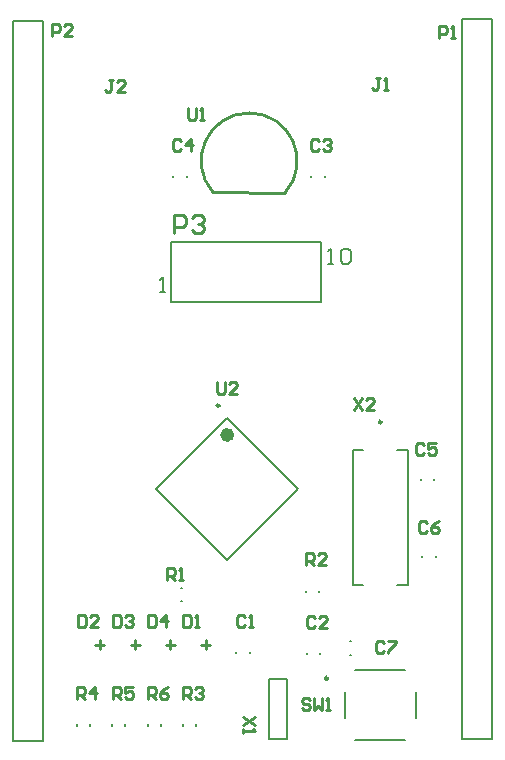
<source format=gto>
G04*
G04 #@! TF.GenerationSoftware,Altium Limited,Altium Designer,18.0.12 (696)*
G04*
G04 Layer_Color=65535*
%FSLAX25Y25*%
%MOIN*%
G70*
G01*
G75*
%ADD10C,0.02362*%
%ADD11C,0.00984*%
%ADD12C,0.01000*%
%ADD13C,0.00787*%
%ADD14C,0.00800*%
D10*
X219030Y220942D02*
G03*
X219030Y220942I-1181J0D01*
G01*
D11*
X215279Y230685D02*
G03*
X215279Y230685I-492J0D01*
G01*
X251428Y139768D02*
G03*
X251428Y139768I-492J0D01*
G01*
X269341Y225236D02*
G03*
X269341Y225236I-492J0D01*
G01*
D12*
X237197Y301736D02*
G03*
X213094Y301760I-12041J10536D01*
G01*
X187142Y149563D02*
Y152563D01*
X185642Y151063D02*
X188642D01*
X198920Y149563D02*
Y152563D01*
X197420Y151063D02*
X200420D01*
X175364Y149563D02*
Y152563D01*
X173864Y151063D02*
X176864D01*
X213115Y301778D02*
X237197Y301736D01*
X209198Y151063D02*
X212198D01*
X210698Y149563D02*
Y152563D01*
X288500Y353400D02*
Y357399D01*
X290499D01*
X291166Y356732D01*
Y355399D01*
X290499Y354733D01*
X288500D01*
X292499Y353400D02*
X293832D01*
X293165D01*
Y357399D01*
X292499Y356732D01*
X159500Y353800D02*
Y357799D01*
X161499D01*
X162166Y357132D01*
Y355799D01*
X161499Y355133D01*
X159500D01*
X166165Y353800D02*
X163499D01*
X166165Y356466D01*
Y357132D01*
X165498Y357799D01*
X164165D01*
X163499Y357132D01*
X200156Y288347D02*
Y294344D01*
X203155D01*
X204155Y293345D01*
Y291346D01*
X203155Y290346D01*
X200156D01*
X206154Y293345D02*
X207154Y294344D01*
X209153D01*
X210153Y293345D01*
Y292345D01*
X209153Y291346D01*
X208153D01*
X209153D01*
X210153Y290346D01*
Y289346D01*
X209153Y288347D01*
X207154D01*
X206154Y289346D01*
X260149Y233244D02*
X262815Y229246D01*
Y233244D02*
X260149Y229246D01*
X266813D02*
X264147D01*
X266813Y231911D01*
Y232578D01*
X266147Y233244D01*
X264814D01*
X264147Y232578D01*
X226999Y126900D02*
X223000Y124234D01*
X226999D02*
X223000Y126900D01*
Y122901D02*
Y121568D01*
Y122235D01*
X226999D01*
X226332Y122901D01*
X214500Y238499D02*
Y235166D01*
X215166Y234500D01*
X216499D01*
X217166Y235166D01*
Y238499D01*
X221164Y234500D02*
X218499D01*
X221164Y237166D01*
Y237832D01*
X220498Y238499D01*
X219165D01*
X218499Y237832D01*
X204656Y329771D02*
Y326439D01*
X205322Y325772D01*
X206655D01*
X207322Y326439D01*
Y329771D01*
X208655Y325772D02*
X209987D01*
X209321D01*
Y329771D01*
X208655Y329105D01*
X245322Y132679D02*
X244655Y133345D01*
X243322D01*
X242656Y132679D01*
Y132012D01*
X243322Y131346D01*
X244655D01*
X245322Y130679D01*
Y130013D01*
X244655Y129347D01*
X243322D01*
X242656Y130013D01*
X246655Y133345D02*
Y129347D01*
X247988Y130679D01*
X249320Y129347D01*
Y133345D01*
X250653Y129347D02*
X251986D01*
X251320D01*
Y133345D01*
X250653Y132679D01*
X191450Y132817D02*
Y136815D01*
X193449D01*
X194116Y136149D01*
Y134816D01*
X193449Y134149D01*
X191450D01*
X192783D02*
X194116Y132817D01*
X198114Y136815D02*
X196782Y136149D01*
X195449Y134816D01*
Y133483D01*
X196115Y132817D01*
X197448D01*
X198114Y133483D01*
Y134149D01*
X197448Y134816D01*
X195449D01*
X179600Y132870D02*
Y136869D01*
X181599D01*
X182265Y136202D01*
Y134869D01*
X181599Y134203D01*
X179600D01*
X180933D02*
X182265Y132870D01*
X186264Y136869D02*
X183598D01*
Y134869D01*
X184931Y135536D01*
X185598D01*
X186264Y134869D01*
Y133537D01*
X185598Y132870D01*
X184265D01*
X183598Y133537D01*
X167750Y132817D02*
Y136815D01*
X169749D01*
X170415Y136149D01*
Y134816D01*
X169749Y134149D01*
X167750D01*
X169082D02*
X170415Y132817D01*
X173748D02*
Y136815D01*
X171748Y134816D01*
X174414D01*
X203249Y132870D02*
Y136869D01*
X205248D01*
X205915Y136202D01*
Y134869D01*
X205248Y134203D01*
X203249D01*
X204582D02*
X205915Y132870D01*
X207247Y136202D02*
X207914Y136869D01*
X209247D01*
X209913Y136202D01*
Y135536D01*
X209247Y134869D01*
X208580D01*
X209247D01*
X209913Y134203D01*
Y133537D01*
X209247Y132870D01*
X207914D01*
X207247Y133537D01*
X244056Y177514D02*
Y181513D01*
X246055D01*
X246722Y180846D01*
Y179514D01*
X246055Y178847D01*
X244056D01*
X245389D02*
X246722Y177514D01*
X250720D02*
X248055D01*
X250720Y180180D01*
Y180846D01*
X250054Y181513D01*
X248721D01*
X248055Y180846D01*
X197906Y172514D02*
Y176513D01*
X199906D01*
X200572Y175846D01*
Y174513D01*
X199906Y173847D01*
X197906D01*
X199239D02*
X200572Y172514D01*
X201905D02*
X203238D01*
X202572D01*
Y176513D01*
X201905Y175846D01*
X179822Y339345D02*
X178489D01*
X179155D01*
Y336013D01*
X178489Y335347D01*
X177822D01*
X177156Y336013D01*
X183820Y335347D02*
X181155D01*
X183820Y338012D01*
Y338679D01*
X183154Y339345D01*
X181821D01*
X181155Y338679D01*
X268822Y339845D02*
X267489D01*
X268155D01*
Y336513D01*
X267489Y335846D01*
X266822D01*
X266156Y336513D01*
X270155Y335846D02*
X271487D01*
X270821D01*
Y339845D01*
X270155Y339179D01*
X191471Y160915D02*
Y156916D01*
X193470D01*
X194137Y157583D01*
Y160249D01*
X193470Y160915D01*
X191471D01*
X197469Y156916D02*
Y160915D01*
X195470Y158916D01*
X198135D01*
X179760Y160915D02*
Y156916D01*
X181759D01*
X182426Y157583D01*
Y160249D01*
X181759Y160915D01*
X179760D01*
X183759Y160249D02*
X184425Y160915D01*
X185758D01*
X186424Y160249D01*
Y159582D01*
X185758Y158916D01*
X185091D01*
X185758D01*
X186424Y158249D01*
Y157583D01*
X185758Y156916D01*
X184425D01*
X183759Y157583D01*
X167949Y160915D02*
Y156916D01*
X169948D01*
X170615Y157583D01*
Y160249D01*
X169948Y160915D01*
X167949D01*
X174613Y156916D02*
X171948D01*
X174613Y159582D01*
Y160249D01*
X173947Y160915D01*
X172614D01*
X171948Y160249D01*
X203249Y160915D02*
Y156916D01*
X205248D01*
X205915Y157583D01*
Y160249D01*
X205248Y160915D01*
X203249D01*
X207247Y156916D02*
X208580D01*
X207914D01*
Y160915D01*
X207247Y160249D01*
X270172Y151679D02*
X269506Y152345D01*
X268173D01*
X267506Y151679D01*
Y149013D01*
X268173Y148346D01*
X269506D01*
X270172Y149013D01*
X271505Y152345D02*
X274171D01*
Y151679D01*
X271505Y149013D01*
Y148346D01*
X284322Y191529D02*
X283655Y192196D01*
X282322D01*
X281656Y191529D01*
Y188863D01*
X282322Y188197D01*
X283655D01*
X284322Y188863D01*
X288320Y192196D02*
X286987Y191529D01*
X285655Y190196D01*
Y188863D01*
X286321Y188197D01*
X287654D01*
X288320Y188863D01*
Y189530D01*
X287654Y190196D01*
X285655D01*
X283322Y217529D02*
X282655Y218196D01*
X281322D01*
X280656Y217529D01*
Y214863D01*
X281322Y214197D01*
X282655D01*
X283322Y214863D01*
X287320Y218196D02*
X284655D01*
Y216196D01*
X285987Y216863D01*
X286654D01*
X287320Y216196D01*
Y214863D01*
X286654Y214197D01*
X285321D01*
X284655Y214863D01*
X202466Y318932D02*
X201799Y319599D01*
X200466D01*
X199800Y318932D01*
Y316266D01*
X200466Y315600D01*
X201799D01*
X202466Y316266D01*
X205798Y315600D02*
Y319599D01*
X203799Y317599D01*
X206465D01*
X248466Y318932D02*
X247799Y319599D01*
X246466D01*
X245800Y318932D01*
Y316266D01*
X246466Y315600D01*
X247799D01*
X248466Y316266D01*
X249799Y318932D02*
X250465Y319599D01*
X251798D01*
X252465Y318932D01*
Y318266D01*
X251798Y317599D01*
X251132D01*
X251798D01*
X252465Y316933D01*
Y316266D01*
X251798Y315600D01*
X250465D01*
X249799Y316266D01*
X247122Y159946D02*
X246455Y160613D01*
X245122D01*
X244456Y159946D01*
Y157281D01*
X245122Y156614D01*
X246455D01*
X247122Y157281D01*
X251120Y156614D02*
X248455D01*
X251120Y159280D01*
Y159946D01*
X250454Y160613D01*
X249121D01*
X248455Y159946D01*
X223622Y160285D02*
X222955Y160951D01*
X221622D01*
X220956Y160285D01*
Y157619D01*
X221622Y156953D01*
X222955D01*
X223622Y157619D01*
X224955Y156953D02*
X226288D01*
X225621D01*
Y160951D01*
X224955Y160285D01*
D13*
X296156Y119514D02*
X306156D01*
X296156D02*
Y359514D01*
X306156D01*
Y352014D02*
Y359514D01*
Y119514D02*
Y352014D01*
X146500Y119000D02*
X156500D01*
X146500D02*
Y359000D01*
X156500D01*
Y351500D02*
Y359000D01*
Y119000D02*
Y351500D01*
X194186Y202847D02*
X217849Y179183D01*
Y226509D02*
X241512Y202847D01*
X217849Y179183D02*
X241512Y202847D01*
X194186D02*
X217849Y226509D01*
X202459Y165681D02*
X202853D01*
X202459Y170012D02*
X202853D01*
X183814Y124020D02*
Y124413D01*
X179483Y124020D02*
Y124413D01*
X195664Y124020D02*
Y124413D01*
X191333Y124020D02*
Y124413D01*
X171964Y124020D02*
Y124413D01*
X167633Y124020D02*
Y124413D01*
X199106Y265347D02*
X249106D01*
X199106Y285347D02*
X249106D01*
X199106Y265347D02*
Y285347D01*
X249106Y265347D02*
Y285347D01*
X258809Y147583D02*
X259203D01*
X258809Y152110D02*
X259203D01*
X260565Y119118D02*
X277116D01*
X260565Y142701D02*
X277116D01*
X280640Y126579D02*
Y135354D01*
X257057Y126464D02*
Y135354D01*
X237802Y119613D02*
Y139691D01*
X231896Y119613D02*
Y139691D01*
Y119613D02*
X237802D01*
X231896Y139691D02*
X237802D01*
X282892Y180150D02*
Y180543D01*
X287420Y180150D02*
Y180543D01*
X286920Y206000D02*
Y206394D01*
X282392Y206000D02*
Y206394D01*
X244392Y147817D02*
Y148211D01*
X248920Y147817D02*
Y148211D01*
X220892Y148156D02*
Y148550D01*
X225420Y148156D02*
Y148550D01*
X199736Y306803D02*
Y307197D01*
X204264Y306803D02*
Y307197D01*
X245736Y306803D02*
Y307197D01*
X250264Y306803D02*
Y307197D01*
X274557Y215787D02*
X278101D01*
X274557Y170905D02*
X278101D01*
Y215787D01*
X259597Y170905D02*
X263140D01*
X259597Y215787D02*
X263140D01*
X259597Y170905D02*
Y215787D01*
X248321Y168664D02*
Y169058D01*
X243991Y168664D02*
Y169058D01*
X203183Y124020D02*
Y124413D01*
X207514Y124020D02*
Y124413D01*
D14*
X251500Y278000D02*
X253166D01*
X252333D01*
Y282998D01*
X251500Y282165D01*
X255665D02*
X256498Y282998D01*
X258165D01*
X258998Y282165D01*
Y278833D01*
X258165Y278000D01*
X256498D01*
X255665Y278833D01*
Y282165D01*
X195500Y268500D02*
X197166D01*
X196333D01*
Y273498D01*
X195500Y272665D01*
M02*

</source>
